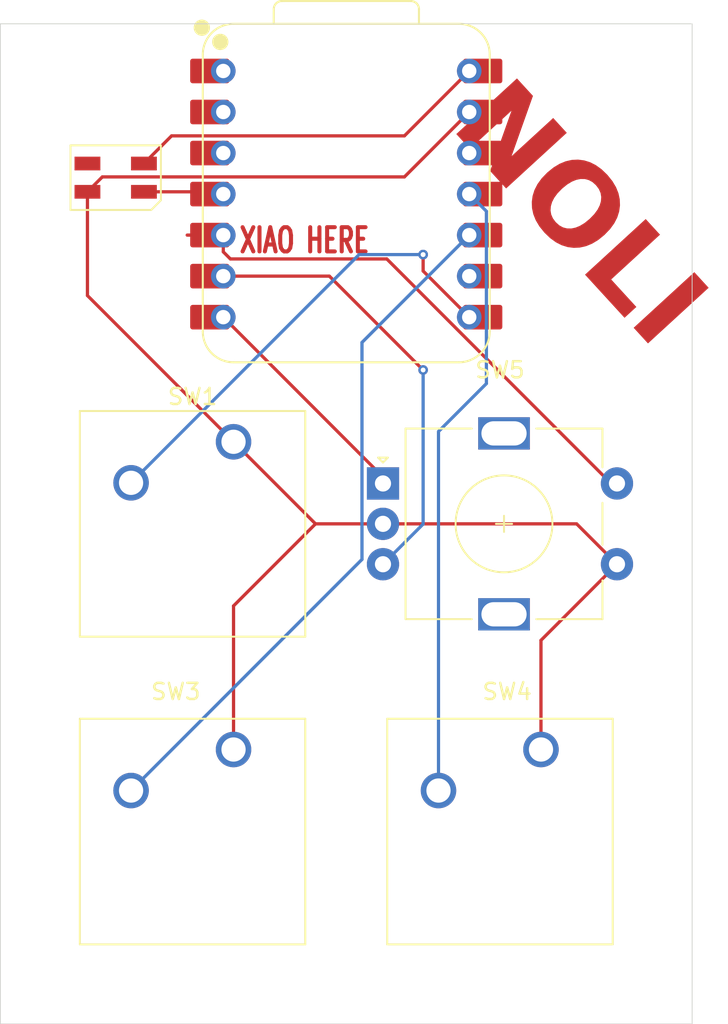
<source format=kicad_pcb>
(kicad_pcb (version 20241229) (generator "pcbnew") (generator_version "9.0")
  (layers (0 "F.Cu" signal) (2 "B.Cu" signal) (13 "F.Paste" user) (15 "B.Paste" user) (5 "F.SilkS" user "F.Silkscreen") (7 "B.SilkS" user "B.Silkscreen") (1 "F.Mask" user) (3 "B.Mask" user) (25 "Edge.Cuts" user))
  (net 0 "")
  (net 2 "+5V")
  (net 3 "GND")
  (net 4 "Net-(D2-DIN)")
  (net 5 "Net-(U1-GPIO1{slash}RX)")
  (net 6 "Net-(U1-GPIO4{slash}MISO)")
  (net 7 "Net-(U1-GPIO3{slash}MOSI)")
  (net 9 "Net-(U1-GPIO0{slash}TX)")
  (net 11 "Net-(U1-GPIO6{slash}SDA)")
  (net 13 "Net-(U1-GPIO7{slash}SCL)")
  (footprint "LED_SMD:LED_SK6812MINI_PLCC4_3.5x3.5mm_P1.75mm" (layer "F.Cu") (at 128.5875 57.15)
    (property "Reference" "D2" (hide yes))
    (property "Value" "SK6812MINI")
    (fp_line (start -2.8 -2) (end -2.8 2) (stroke (width 0.12)) (layer "F.SilkS"))
    (fp_line (start -2.8 -2) (end 2.8 -2) (stroke (width 0.12)) (layer "F.SilkS"))
    (fp_line (start -2.8 2) (end 2.2 2) (stroke (width 0.12)) (layer "F.SilkS"))
    (fp_line (start 2.8 1.4) (end 2.2 2) (stroke (width 0.12)) (layer "F.SilkS"))
    (fp_line (start 2.8 1.4) (end 2.8 -2) (stroke (width 0.12)) (layer "F.SilkS"))
    (pad "1" smd rect (at -1.75 -0.875) (size 1.6 0.85) (layers "F.Cu" "F.Mask" "F.Paste"))
    (pad "2" smd rect (at -1.75 0.875) (size 1.6 0.85) (layers "F.Cu" "F.Mask" "F.Paste") (net 3 "GND"))
    (pad "3" smd rect (at 1.75 0.875) (size 1.6 0.85) (layers "F.Cu" "F.Mask" "F.Paste") (net 4 "Net-(D2-DIN)"))
    (pad "4" smd rect (at 1.75 -0.875) (size 1.6 0.85) (layers "F.Cu" "F.Mask" "F.Paste") (net 2 "+5V"))
  )
  (footprint "OPL:XIAO-RP2040-DIP" (layer "F.Cu") (at 142.875 58.166)
    (property "Reference" "U1" (hide yes))
    (property "Value" "XIAO-RP2040-DIP")
    (fp_line (start -8.89 8.509) (end -8.89 -8.636) (stroke (width 0.127)) (layer "F.SilkS"))
    (fp_line (start -6.985 10.414) (end 6.985 10.414) (stroke (width 0.127)) (layer "F.SilkS"))
    (fp_line (start -4.495 -10.541) (end -4.491272 -11.451272) (stroke (width 0.127)) (layer "F.SilkS"))
    (fp_line (start -3.991272 -11.951) (end 4.004 -11.951) (stroke (width 0.127)) (layer "F.SilkS"))
    (fp_line (start 4.504 -11.451) (end 4.504 -10.541) (stroke (width 0.127)) (layer "F.SilkS"))
    (fp_line (start 6.985 -10.541) (end -6.985 -10.541) (stroke (width 0.1)) (layer "F.SilkS"))
    (fp_line (start 6.985 -10.541) (end -6.985 -10.541) (stroke (width 0.127)) (layer "F.SilkS"))
    (fp_line (start 8.89 8.509) (end 8.89 -8.636) (stroke (width 0.127)) (layer "F.SilkS"))
    (fp_arc (start -8.89 -8.636) (mid -8.332038 -9.983038) (end -6.985 -10.541) (stroke (width 0.127)) (layer "F.SilkS"))
    (fp_arc (start -6.985 10.414) (mid -8.332038 9.856038) (end -8.89 8.509) (stroke (width 0.127)) (layer "F.SilkS"))
    (fp_arc (start -4.491272 -11.451272) (mid -4.344728 -11.80464) (end -3.991272 -11.951) (stroke (width 0.127)) (layer "F.SilkS"))
    (fp_arc (start 4.004 -11.951) (mid 4.357553 -11.804553) (end 4.504 -11.451) (stroke (width 0.127)) (layer "F.SilkS"))
    (fp_arc (start 6.985 -10.541) (mid 8.332038 -9.983038) (end 8.89 -8.636) (stroke (width 0.127)) (layer "F.SilkS"))
    (fp_arc (start 8.89 8.509) (mid 8.332038 9.856038) (end 6.985 10.414) (stroke (width 0.127)) (layer "F.SilkS"))
    (fp_circle (center -8.95 -10.3) (end -8.95 -10.554) (stroke (width 0.5)) (fill yes) (layer "F.SilkS"))
    (fp_circle (center -7.807 -9.42) (end -7.807 -9.674) (stroke (width 0.5)) (fill yes) (layer "F.SilkS"))
    (pad "1" smd roundrect (at -8.455 -7.62 180) (size 2.432 1.524) (layers "F.Cu" "F.Mask") (roundrect_rratio 0.1))
    (pad "1" thru_hole circle (at -7.62 -7.62 180) (size 1.524 1.524) (drill 0.889) (layers "*.Cu" "*.Mask"))
    (pad "2" smd roundrect (at -8.455 -5.08 180) (size 2.432 1.524) (layers "F.Cu" "F.Mask") (roundrect_rratio 0.1))
    (pad "2" thru_hole circle (at -7.62 -5.08 180) (size 1.524 1.524) (drill 0.889) (layers "*.Cu" "*.Mask"))
    (pad "3" smd roundrect (at -8.455 -2.54 180) (size 2.432 1.524) (layers "F.Cu" "F.Mask") (roundrect_rratio 0.1))
    (pad "3" thru_hole circle (at -7.62 -2.54 180) (size 1.524 1.524) (drill 0.889) (layers "*.Cu" "*.Mask"))
    (pad "4" smd roundrect (at -8.455 0 180) (size 2.432 1.524) (layers "F.Cu" "F.Mask") (roundrect_rratio 0.1) (net 4 "Net-(D2-DIN)"))
    (pad "4" thru_hole circle (at -7.62 0 180) (size 1.524 1.524) (drill 0.889) (layers "*.Cu" "*.Mask") (net 4 "Net-(D2-DIN)"))
    (pad "5" smd roundrect (at -8.455 2.54 180) (size 2.432 1.524) (layers "F.Cu" "F.Mask") (roundrect_rratio 0.1) (net 11 "Net-(U1-GPIO6{slash}SDA)"))
    (pad "5" thru_hole circle (at -7.62 2.54 180) (size 1.524 1.524) (drill 0.889) (layers "*.Cu" "*.Mask") (net 11 "Net-(U1-GPIO6{slash}SDA)"))
    (pad "6" smd roundrect (at -8.455 5.08 180) (size 2.432 1.524) (layers "F.Cu" "F.Mask") (roundrect_rratio 0.1) (net 13 "Net-(U1-GPIO7{slash}SCL)"))
    (pad "6" thru_hole circle (at -7.62 5.08 180) (size 1.524 1.524) (drill 0.889) (layers "*.Cu" "*.Mask") (net 13 "Net-(U1-GPIO7{slash}SCL)"))
    (pad "7" smd roundrect (at -8.455 7.62 180) (size 2.432 1.524) (layers "F.Cu" "F.Mask") (roundrect_rratio 0.1) (net 9 "Net-(U1-GPIO0{slash}TX)"))
    (pad "7" thru_hole circle (at -7.62 7.62 180) (size 1.524 1.524) (drill 0.889) (layers "*.Cu" "*.Mask") (net 9 "Net-(U1-GPIO0{slash}TX)"))
    (pad "8" thru_hole circle (at 7.62 7.62) (size 1.524 1.524) (drill 0.889) (layers "*.Cu" "*.Mask") (net 5 "Net-(U1-GPIO1{slash}RX)"))
    (pad "8" smd roundrect (at 8.455 7.62) (size 2.432 1.524) (layers "F.Cu" "F.Mask") (roundrect_rratio 0.1) (net 5 "Net-(U1-GPIO1{slash}RX)"))
    (pad "9" thru_hole circle (at 7.62 5.08) (size 1.524 1.524) (drill 0.889) (layers "*.Cu" "*.Mask"))
    (pad "9" smd roundrect (at 8.455 5.08) (size 2.432 1.524) (layers "F.Cu" "F.Mask") (roundrect_rratio 0.1))
    (pad "10" thru_hole circle (at 7.62 2.54) (size 1.524 1.524) (drill 0.889) (layers "*.Cu" "*.Mask") (net 6 "Net-(U1-GPIO4{slash}MISO)"))
    (pad "10" smd roundrect (at 8.455 2.54) (size 2.432 1.524) (layers "F.Cu" "F.Mask") (roundrect_rratio 0.1) (net 6 "Net-(U1-GPIO4{slash}MISO)"))
    (pad "11" thru_hole circle (at 7.62 0) (size 1.524 1.524) (drill 0.889) (layers "*.Cu" "*.Mask") (net 7 "Net-(U1-GPIO3{slash}MOSI)"))
    (pad "11" smd roundrect (at 8.455 0) (size 2.432 1.524) (layers "F.Cu" "F.Mask") (roundrect_rratio 0.1) (net 7 "Net-(U1-GPIO3{slash}MOSI)"))
    (pad "12" thru_hole circle (at 7.62 -2.54) (size 1.524 1.524) (drill 0.889) (layers "*.Cu" "*.Mask"))
    (pad "12" smd roundrect (at 8.455 -2.54) (size 2.432 1.524) (layers "F.Cu" "F.Mask") (roundrect_rratio 0.1))
    (pad "13" thru_hole circle (at 7.62 -5.08) (size 1.524 1.524) (drill 0.889) (layers "*.Cu" "*.Mask") (net 3 "GND"))
    (pad "13" smd roundrect (at 8.455 -5.08) (size 2.432 1.524) (layers "F.Cu" "F.Mask") (roundrect_rratio 0.1) (net 3 "GND"))
    (pad "14" thru_hole circle (at 7.62 -7.62) (size 1.524 1.524) (drill 0.889) (layers "*.Cu" "*.Mask") (net 2 "+5V"))
    (pad "14" smd roundrect (at 8.455 -7.62) (size 2.432 1.524) (layers "F.Cu" "F.Mask") (roundrect_rratio 0.1) (net 2 "+5V"))
  )
  (footprint "Button_Switch_Keyboard:SW_Cherry_MX_1.00u_PCB" (layer "F.Cu") (at 154.94 92.55125)
    (property "Reference" "SW4" (at -2.09625 -3.5825 0) (layer "F.SilkS"))
    (property "Value" "SW_Push")
    (fp_line (start -9.525 -1.905) (end 4.445 -1.905) (stroke (width 0.12)) (layer "F.SilkS"))
    (fp_line (start -9.525 12.065) (end -9.525 -1.905) (stroke (width 0.12)) (layer "F.SilkS"))
    (fp_line (start 4.445 -1.905) (end 4.445 12.065) (stroke (width 0.12)) (layer "F.SilkS"))
    (fp_line (start 4.445 12.065) (end -9.525 12.065) (stroke (width 0.12)) (layer "F.SilkS"))
    (pad "" np_thru_hole circle (at -7.62 5.08) (size 1.7 1.7) (drill 1.7) (layers "*.Cu" "*.Mask"))
    (pad "" np_thru_hole circle (at -2.54 5.08) (size 4 4) (drill 4) (layers "*.Cu" "*.Mask"))
    (pad "" np_thru_hole circle (at 2.54 5.08) (size 1.7 1.7) (drill 1.7) (layers "*.Cu" "*.Mask"))
    (pad "1" thru_hole circle (at 0 0) (size 2.2 2.2) (drill 1.5) (layers "*.Cu" "*.Mask") (net 3 "GND"))
    (pad "2" thru_hole circle (at -6.35 2.54) (size 2.2 2.2) (drill 1.5) (layers "*.Cu" "*.Mask") (net 7 "Net-(U1-GPIO3{slash}MOSI)"))
  )
  (footprint "Button_Switch_Keyboard:SW_Cherry_MX_1.00u_PCB" (layer "F.Cu") (at 135.89 73.50125)
    (property "Reference" "SW1" (at -2.54 -2.794 0) (layer "F.SilkS"))
    (property "Value" "SW_Push")
    (fp_line (start -9.525 -1.905) (end 4.445 -1.905) (stroke (width 0.12)) (layer "F.SilkS"))
    (fp_line (start -9.525 12.065) (end -9.525 -1.905) (stroke (width 0.12)) (layer "F.SilkS"))
    (fp_line (start 4.445 -1.905) (end 4.445 12.065) (stroke (width 0.12)) (layer "F.SilkS"))
    (fp_line (start 4.445 12.065) (end -9.525 12.065) (stroke (width 0.12)) (layer "F.SilkS"))
    (pad "" np_thru_hole circle (at -7.62 5.08) (size 1.7 1.7) (drill 1.7) (layers "*.Cu" "*.Mask"))
    (pad "" np_thru_hole circle (at -2.54 5.08) (size 4 4) (drill 4) (layers "*.Cu" "*.Mask"))
    (pad "" np_thru_hole circle (at 2.54 5.08) (size 1.7 1.7) (drill 1.7) (layers "*.Cu" "*.Mask"))
    (pad "1" thru_hole circle (at 0 0) (size 2.2 2.2) (drill 1.5) (layers "*.Cu" "*.Mask") (net 3 "GND"))
    (pad "2" thru_hole circle (at -6.35 2.54) (size 2.2 2.2) (drill 1.5) (layers "*.Cu" "*.Mask") (net 5 "Net-(U1-GPIO1{slash}RX)"))
  )
  (footprint "Button_Switch_Keyboard:SW_Cherry_MX_1.00u_PCB" (layer "F.Cu") (at 135.89 92.55125)
    (property "Reference" "SW3" (at -3.5775 -3.5825 0) (layer "F.SilkS"))
    (property "Value" "SW_Push")
    (fp_line (start -9.525 -1.905) (end 4.445 -1.905) (stroke (width 0.12)) (layer "F.SilkS"))
    (fp_line (start -9.525 12.065) (end -9.525 -1.905) (stroke (width 0.12)) (layer "F.SilkS"))
    (fp_line (start 4.445 -1.905) (end 4.445 12.065) (stroke (width 0.12)) (layer "F.SilkS"))
    (fp_line (start 4.445 12.065) (end -9.525 12.065) (stroke (width 0.12)) (layer "F.SilkS"))
    (pad "" np_thru_hole circle (at -7.62 5.08) (size 1.7 1.7) (drill 1.7) (layers "*.Cu" "*.Mask"))
    (pad "" np_thru_hole circle (at -2.54 5.08) (size 4 4) (drill 4) (layers "*.Cu" "*.Mask"))
    (pad "" np_thru_hole circle (at 2.54 5.08) (size 1.7 1.7) (drill 1.7) (layers "*.Cu" "*.Mask"))
    (pad "1" thru_hole circle (at 0 0) (size 2.2 2.2) (drill 1.5) (layers "*.Cu" "*.Mask") (net 3 "GND"))
    (pad "2" thru_hole circle (at -6.35 2.54) (size 2.2 2.2) (drill 1.5) (layers "*.Cu" "*.Mask") (net 6 "Net-(U1-GPIO4{slash}MISO)"))
  )
  (footprint "Rotary_Encoder:RotaryEncoder_Alps_EC11E-Switch_Vertical_H20mm" (layer "F.Cu") (at 145.15 76.08125)
    (property "Reference" "SW5" (at 7.25 -7.025 0) (layer "F.SilkS"))
    (property "Value" "RotaryEncoder_Switch")
    (fp_line (start -0.3 -1.6) (end 0.3 -1.6) (stroke (width 0.12)) (layer "F.SilkS"))
    (fp_line (start 0 -1.3) (end -0.3 -1.6) (stroke (width 0.12)) (layer "F.SilkS"))
    (fp_line (start 0.3 -1.6) (end 0 -1.3) (stroke (width 0.12)) (layer "F.SilkS"))
    (fp_line (start 1.4 -3.4) (end 1.4 8.4) (stroke (width 0.12)) (layer "F.SilkS"))
    (fp_line (start 5.5 -3.4) (end 1.4 -3.4) (stroke (width 0.12)) (layer "F.SilkS"))
    (fp_line (start 5.5 8.4) (end 1.4 8.4) (stroke (width 0.12)) (layer "F.SilkS"))
    (fp_line (start 7 2.5) (end 8 2.5) (stroke (width 0.12)) (layer "F.SilkS"))
    (fp_line (start 7.5 2) (end 7.5 3) (stroke (width 0.12)) (layer "F.SilkS"))
    (fp_line (start 9.5 -3.4) (end 13.6 -3.4) (stroke (width 0.12)) (layer "F.SilkS"))
    (fp_line (start 13.6 -3.4) (end 13.6 -1) (stroke (width 0.12)) (layer "F.SilkS"))
    (fp_line (start 13.6 1.2) (end 13.6 3.8) (stroke (width 0.12)) (layer "F.SilkS"))
    (fp_line (start 13.6 6) (end 13.6 8.4) (stroke (width 0.12)) (layer "F.SilkS"))
    (fp_line (start 13.6 8.4) (end 9.5 8.4) (stroke (width 0.12)) (layer "F.SilkS"))
    (fp_circle (center 7.5 2.5) (end 10.5 2.5) (stroke (width 0.12)) (fill no) (layer "F.SilkS"))
    (pad "A" thru_hole rect (at 0 0) (size 2 2) (drill 1) (layers "*.Cu" "*.Mask") (net 9 "Net-(U1-GPIO0{slash}TX)"))
    (pad "B" thru_hole circle (at 0 5) (size 2 2) (drill 1) (layers "*.Cu" "*.Mask") (net 13 "Net-(U1-GPIO7{slash}SCL)"))
    (pad "C" thru_hole circle (at 0 2.5) (size 2 2) (drill 1) (layers "*.Cu" "*.Mask") (net 3 "GND"))
    (pad "MP" thru_hole rect (at 7.5 -3.1) (size 3.2 2) (drill oval 2.8 1.5) (layers "*.Cu" "*.Mask"))
    (pad "MP" thru_hole rect (at 7.5 8.1) (size 3.2 2) (drill oval 2.8 1.5) (layers "*.Cu" "*.Mask"))
    (pad "S1" thru_hole circle (at 14.5 5) (size 2 2) (drill 1) (layers "*.Cu" "*.Mask") (net 3 "GND"))
    (pad "S2" thru_hole circle (at 14.5 0) (size 2 2) (drill 1) (layers "*.Cu" "*.Mask") (net 11 "Net-(U1-GPIO6{slash}SDA)"))
  )
  (gr_rect (start 121.44375 47.625) (end 164.30625 109.5375) (stroke (width 0.05)) (fill no) (layer "Edge.Cuts"))
  (gr_text "NOLI" (at 157.1625 59.53125 312.5) (layer "F.Cu") (effects (font (size 5 5) (thickness 0.3) (bold yes))))
  (gr_text "XIAO HERE" (at 136.142903 61.9125 0) (layer "F.Cu") (effects (font (size 1.5 1) (thickness 0.25) (bold yes)) (justify left bottom)))
  (segment (start 130.3375 56.275) (end 132.0495 54.563) (width 0.2) (layer "F.Cu") (net 2))
  (segment (start 146.478 54.563) (end 150.495 50.546) (width 0.2) (layer "F.Cu") (net 2))
  (segment (start 132.0495 54.563) (end 146.478 54.563) (width 0.2) (layer "F.Cu") (net 2))
  (segment (start 151.33 53.086) (end 150.495 53.086) (width 0.2) (layer "F.Cu") (net 3))
  (segment (start 135.89 73.50125) (end 140.97 78.58125) (width 0.2) (layer "F.Cu") (net 3))
  (segment (start 135.89 83.66125) (end 140.97 78.58125) (width 0.2) (layer "F.Cu") (net 3))
  (segment (start 126.8375 58.025) (end 127.7595 57.103) (width 0.2) (layer "F.Cu") (net 3))
  (segment (start 140.97 78.58125) (end 145.15 78.58125) (width 0.2) (layer "F.Cu") (net 3))
  (segment (start 154.94 85.79125) (end 154.94 92.55125) (width 0.2) (layer "F.Cu") (net 3))
  (segment (start 135.89 73.50125) (end 126.8375 64.44875) (width 0.2) (layer "F.Cu") (net 3))
  (segment (start 157.15 78.58125) (end 145.15 78.58125) (width 0.2) (layer "F.Cu") (net 3))
  (segment (start 126.8375 64.44875) (end 126.8375 58.025) (width 0.2) (layer "F.Cu") (net 3))
  (segment (start 146.478 57.103) (end 150.495 53.086) (width 0.2) (layer "F.Cu") (net 3))
  (segment (start 135.89 92.55125) (end 135.89 83.66125) (width 0.2) (layer "F.Cu") (net 3))
  (segment (start 159.65 81.08125) (end 157.15 78.58125) (width 0.2) (layer "F.Cu") (net 3))
  (segment (start 159.65 81.08125) (end 154.94 85.79125) (width 0.2) (layer "F.Cu") (net 3))
  (segment (start 127.7595 57.103) (end 146.478 57.103) (width 0.2) (layer "F.Cu") (net 3))
  (segment (start 135.114 58.025) (end 135.255 58.166) (width 0.2) (layer "F.Cu") (net 4))
  (segment (start 130.3375 58.025) (end 135.114 58.025) (width 0.2) (layer "F.Cu") (net 4))
  (segment (start 147.6375 61.9125) (end 147.6375 62.9285) (width 0.2) (layer "F.Cu") (net 5))
  (segment (start 147.6375 62.9285) (end 150.495 65.786) (width 0.2) (layer "F.Cu") (net 5))
  (via (at 147.6375 61.9125) (size 0.6) (drill 0.3) (layers "F.Cu" "B.Cu") (net 5))
  (via (at 147.6375 61.9125) (size 0.6) (drill 0.3) (layers "F.Cu" "B.Cu") (net 5))
  (segment (start 129.54 76.04125) (end 143.66875 61.9125) (width 0.2) (layer "B.Cu") (net 5))
  (segment (start 143.66875 61.9125) (end 147.6375 61.9125) (width 0.2) (layer "B.Cu") (net 5))
  (segment (start 143.849 67.352) (end 150.495 60.706) (width 0.2) (layer "B.Cu") (net 6))
  (segment (start 143.849 80.78225) (end 143.849 67.352) (width 0.2) (layer "B.Cu") (net 6))
  (segment (start 129.54 95.09125) (end 143.849 80.78225) (width 0.2) (layer "B.Cu") (net 6))
  (segment (start 148.59 95.09125) (end 148.59 72.86625) (width 0.2) (layer "B.Cu") (net 7))
  (segment (start 148.59 72.86625) (end 151.558 69.89825) (width 0.2) (layer "B.Cu") (net 7))
  (segment (start 151.558 59.229) (end 150.495 58.166) (width 0.2) (layer "B.Cu") (net 7))
  (segment (start 151.558 69.89825) (end 151.558 59.229) (width 0.2) (layer "B.Cu") (net 7))
  (segment (start 145.15 76.08125) (end 145.15 75.681) (width 0.2) (layer "F.Cu") (net 9))
  (segment (start 145.15 75.681) (end 135.255 65.786) (width 0.2) (layer "F.Cu") (net 9))
  (segment (start 135.69531 62.183) (end 145.38869 62.183) (width 0.2) (layer "F.Cu") (net 11))
  (segment (start 135.255 61.74269) (end 135.69531 62.183) (width 0.2) (layer "F.Cu") (net 11))
  (segment (start 159.28694 76.08125) (end 159.65 76.08125) (width 0.2) (layer "F.Cu") (net 11))
  (segment (start 145.38869 62.183) (end 159.28694 76.08125) (width 0.2) (layer "F.Cu") (net 11))
  (segment (start 133.0185 60.706) (end 135.255 60.706) (width 0.2) (layer "F.Cu") (net 11))
  (segment (start 135.255 60.706) (end 135.255 61.74269) (width 0.2) (layer "F.Cu") (net 11))
  (segment (start 135.255 63.246) (end 141.82725 63.246) (width 0.2) (layer "F.Cu") (net 13))
  (segment (start 141.82725 63.246) (end 147.6375 69.05625) (width 0.2) (layer "F.Cu") (net 13))
  (via (at 147.6375 69.05625) (size 0.6) (drill 0.3) (layers "F.Cu" "B.Cu") (net 13))
  (segment (start 147.6375 78.59375) (end 147.6375 69.05625) (width 0.2) (layer "B.Cu") (net 13))
  (segment (start 145.15 81.08125) (end 147.6375 78.59375) (width 0.2) (layer "B.Cu") (net 13))
)
</source>
